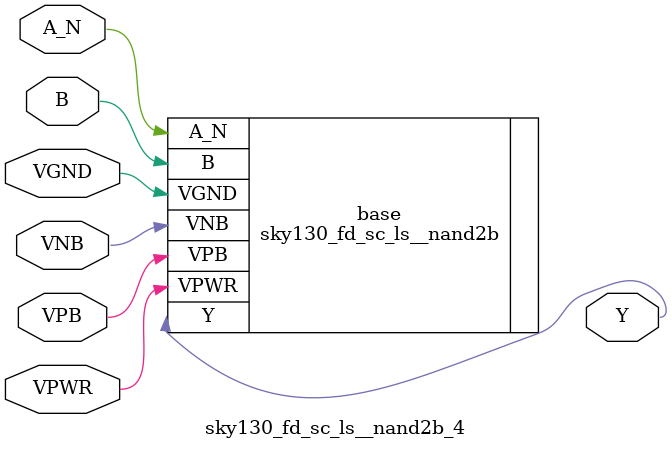
<source format=v>
module sky130_fd_sc_ls__nand2b_4 (
    Y   ,
    A_N ,
    B   ,
    VPWR,
    VGND,
    VPB ,
    VNB
);
    output Y   ;
    input  A_N ;
    input  B   ;
    input  VPWR;
    input  VGND;
    input  VPB ;
    input  VNB ;
    sky130_fd_sc_ls__nand2b base (
        .Y(Y),
        .A_N(A_N),
        .B(B),
        .VPWR(VPWR),
        .VGND(VGND),
        .VPB(VPB),
        .VNB(VNB)
    );
endmodule
</source>
